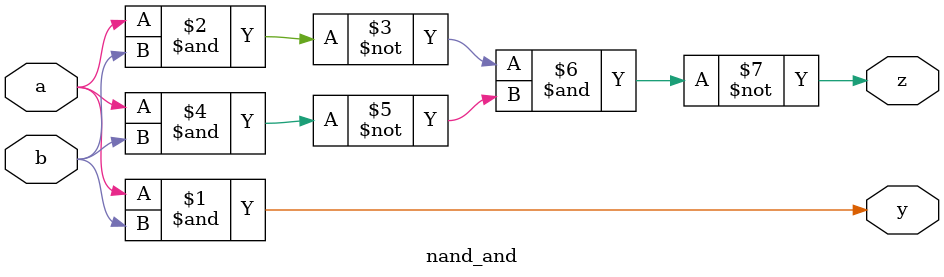
<source format=v>
module nand_and(a,b,y,z);
input a,b;
output y,z;

assign y=a&b;
assign z=(a~&b)~&(a~&b);

initial
begin
	$display("This using NAND");
end
endmodule

</source>
